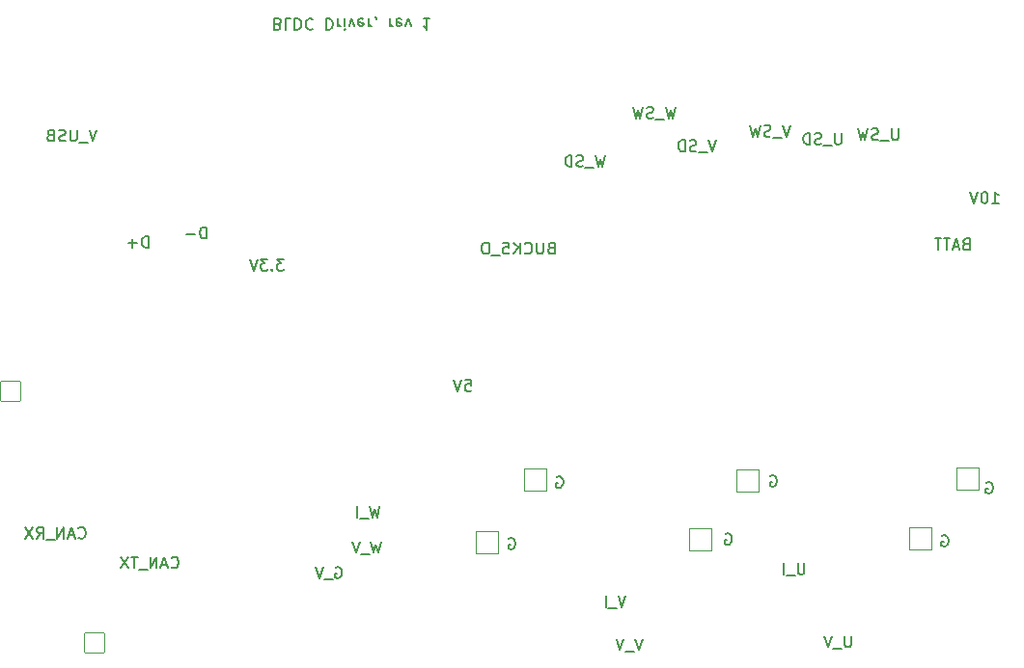
<source format=gbo>
G04 #@! TF.GenerationSoftware,KiCad,Pcbnew,8.0.4-8.0.4-0~ubuntu22.04.1*
G04 #@! TF.CreationDate,2024-09-03T14:14:34+02:00*
G04 #@! TF.ProjectId,bldc_project,626c6463-5f70-4726-9f6a-6563742e6b69,rev?*
G04 #@! TF.SameCoordinates,Original*
G04 #@! TF.FileFunction,Legend,Bot*
G04 #@! TF.FilePolarity,Positive*
%FSLAX46Y46*%
G04 Gerber Fmt 4.6, Leading zero omitted, Abs format (unit mm)*
G04 Created by KiCad (PCBNEW 8.0.4-8.0.4-0~ubuntu22.04.1) date 2024-09-03 14:14:34*
%MOMM*%
%LPD*%
G01*
G04 APERTURE LIST*
G04 Aperture macros list*
%AMRoundRect*
0 Rectangle with rounded corners*
0 $1 Rounding radius*
0 $2 $3 $4 $5 $6 $7 $8 $9 X,Y pos of 4 corners*
0 Add a 4 corners polygon primitive as box body*
4,1,4,$2,$3,$4,$5,$6,$7,$8,$9,$2,$3,0*
0 Add four circle primitives for the rounded corners*
1,1,$1+$1,$2,$3*
1,1,$1+$1,$4,$5*
1,1,$1+$1,$6,$7*
1,1,$1+$1,$8,$9*
0 Add four rect primitives between the rounded corners*
20,1,$1+$1,$2,$3,$4,$5,0*
20,1,$1+$1,$4,$5,$6,$7,0*
20,1,$1+$1,$6,$7,$8,$9,0*
20,1,$1+$1,$8,$9,$2,$3,0*%
G04 Aperture macros list end*
%ADD10C,0.160000*%
%ADD11RoundRect,0.038000X0.952500X1.000000X-0.952500X1.000000X-0.952500X-1.000000X0.952500X-1.000000X0*%
%ADD12O,1.981000X2.076000*%
%ADD13C,1.676000*%
%ADD14C,1.448000*%
%ADD15C,0.726000*%
%ADD16O,1.076000X2.176000*%
%ADD17O,1.076000X1.676000*%
%ADD18RoundRect,0.038000X0.850000X-0.850000X0.850000X0.850000X-0.850000X0.850000X-0.850000X-0.850000X0*%
%ADD19O,1.776000X1.776000*%
%ADD20RoundRect,0.038000X0.850000X0.850000X-0.850000X0.850000X-0.850000X-0.850000X0.850000X-0.850000X0*%
%ADD21C,1.076000*%
G04 APERTURE END LIST*
D10*
X76001879Y-128069299D02*
X75763784Y-129069299D01*
X75763784Y-129069299D02*
X75573308Y-128355013D01*
X75573308Y-128355013D02*
X75382832Y-129069299D01*
X75382832Y-129069299D02*
X75144737Y-128069299D01*
X75001880Y-129164537D02*
X74239975Y-129164537D01*
X74144736Y-128069299D02*
X73811403Y-129069299D01*
X73811403Y-129069299D02*
X73478070Y-128069299D01*
X101851879Y-89919299D02*
X101613784Y-90919299D01*
X101613784Y-90919299D02*
X101423308Y-90205013D01*
X101423308Y-90205013D02*
X101232832Y-90919299D01*
X101232832Y-90919299D02*
X100994737Y-89919299D01*
X100851880Y-91014537D02*
X100089975Y-91014537D01*
X99899498Y-90871680D02*
X99756641Y-90919299D01*
X99756641Y-90919299D02*
X99518546Y-90919299D01*
X99518546Y-90919299D02*
X99423308Y-90871680D01*
X99423308Y-90871680D02*
X99375689Y-90824060D01*
X99375689Y-90824060D02*
X99328070Y-90728822D01*
X99328070Y-90728822D02*
X99328070Y-90633584D01*
X99328070Y-90633584D02*
X99375689Y-90538346D01*
X99375689Y-90538346D02*
X99423308Y-90490727D01*
X99423308Y-90490727D02*
X99518546Y-90443108D01*
X99518546Y-90443108D02*
X99709022Y-90395489D01*
X99709022Y-90395489D02*
X99804260Y-90347870D01*
X99804260Y-90347870D02*
X99851879Y-90300251D01*
X99851879Y-90300251D02*
X99899498Y-90205013D01*
X99899498Y-90205013D02*
X99899498Y-90109775D01*
X99899498Y-90109775D02*
X99851879Y-90014537D01*
X99851879Y-90014537D02*
X99804260Y-89966918D01*
X99804260Y-89966918D02*
X99709022Y-89919299D01*
X99709022Y-89919299D02*
X99470927Y-89919299D01*
X99470927Y-89919299D02*
X99328070Y-89966918D01*
X98994736Y-89919299D02*
X98756641Y-90919299D01*
X98756641Y-90919299D02*
X98566165Y-90205013D01*
X98566165Y-90205013D02*
X98375689Y-90919299D01*
X98375689Y-90919299D02*
X98137594Y-89919299D01*
X116406641Y-92219299D02*
X116406641Y-93028822D01*
X116406641Y-93028822D02*
X116359022Y-93124060D01*
X116359022Y-93124060D02*
X116311403Y-93171680D01*
X116311403Y-93171680D02*
X116216165Y-93219299D01*
X116216165Y-93219299D02*
X116025689Y-93219299D01*
X116025689Y-93219299D02*
X115930451Y-93171680D01*
X115930451Y-93171680D02*
X115882832Y-93124060D01*
X115882832Y-93124060D02*
X115835213Y-93028822D01*
X115835213Y-93028822D02*
X115835213Y-92219299D01*
X115597118Y-93314537D02*
X114835213Y-93314537D01*
X114644736Y-93171680D02*
X114501879Y-93219299D01*
X114501879Y-93219299D02*
X114263784Y-93219299D01*
X114263784Y-93219299D02*
X114168546Y-93171680D01*
X114168546Y-93171680D02*
X114120927Y-93124060D01*
X114120927Y-93124060D02*
X114073308Y-93028822D01*
X114073308Y-93028822D02*
X114073308Y-92933584D01*
X114073308Y-92933584D02*
X114120927Y-92838346D01*
X114120927Y-92838346D02*
X114168546Y-92790727D01*
X114168546Y-92790727D02*
X114263784Y-92743108D01*
X114263784Y-92743108D02*
X114454260Y-92695489D01*
X114454260Y-92695489D02*
X114549498Y-92647870D01*
X114549498Y-92647870D02*
X114597117Y-92600251D01*
X114597117Y-92600251D02*
X114644736Y-92505013D01*
X114644736Y-92505013D02*
X114644736Y-92409775D01*
X114644736Y-92409775D02*
X114597117Y-92314537D01*
X114597117Y-92314537D02*
X114549498Y-92266918D01*
X114549498Y-92266918D02*
X114454260Y-92219299D01*
X114454260Y-92219299D02*
X114216165Y-92219299D01*
X114216165Y-92219299D02*
X114073308Y-92266918D01*
X113644736Y-93219299D02*
X113644736Y-92219299D01*
X113644736Y-92219299D02*
X113406641Y-92219299D01*
X113406641Y-92219299D02*
X113263784Y-92266918D01*
X113263784Y-92266918D02*
X113168546Y-92362156D01*
X113168546Y-92362156D02*
X113120927Y-92457394D01*
X113120927Y-92457394D02*
X113073308Y-92647870D01*
X113073308Y-92647870D02*
X113073308Y-92790727D01*
X113073308Y-92790727D02*
X113120927Y-92981203D01*
X113120927Y-92981203D02*
X113168546Y-93076441D01*
X113168546Y-93076441D02*
X113263784Y-93171680D01*
X113263784Y-93171680D02*
X113406641Y-93219299D01*
X113406641Y-93219299D02*
X113644736Y-93219299D01*
X51099498Y-91919299D02*
X50766165Y-92919299D01*
X50766165Y-92919299D02*
X50432832Y-91919299D01*
X50337594Y-93014537D02*
X49575689Y-93014537D01*
X49337593Y-91919299D02*
X49337593Y-92728822D01*
X49337593Y-92728822D02*
X49289974Y-92824060D01*
X49289974Y-92824060D02*
X49242355Y-92871680D01*
X49242355Y-92871680D02*
X49147117Y-92919299D01*
X49147117Y-92919299D02*
X48956641Y-92919299D01*
X48956641Y-92919299D02*
X48861403Y-92871680D01*
X48861403Y-92871680D02*
X48813784Y-92824060D01*
X48813784Y-92824060D02*
X48766165Y-92728822D01*
X48766165Y-92728822D02*
X48766165Y-91919299D01*
X48337593Y-92871680D02*
X48194736Y-92919299D01*
X48194736Y-92919299D02*
X47956641Y-92919299D01*
X47956641Y-92919299D02*
X47861403Y-92871680D01*
X47861403Y-92871680D02*
X47813784Y-92824060D01*
X47813784Y-92824060D02*
X47766165Y-92728822D01*
X47766165Y-92728822D02*
X47766165Y-92633584D01*
X47766165Y-92633584D02*
X47813784Y-92538346D01*
X47813784Y-92538346D02*
X47861403Y-92490727D01*
X47861403Y-92490727D02*
X47956641Y-92443108D01*
X47956641Y-92443108D02*
X48147117Y-92395489D01*
X48147117Y-92395489D02*
X48242355Y-92347870D01*
X48242355Y-92347870D02*
X48289974Y-92300251D01*
X48289974Y-92300251D02*
X48337593Y-92205013D01*
X48337593Y-92205013D02*
X48337593Y-92109775D01*
X48337593Y-92109775D02*
X48289974Y-92014537D01*
X48289974Y-92014537D02*
X48242355Y-91966918D01*
X48242355Y-91966918D02*
X48147117Y-91919299D01*
X48147117Y-91919299D02*
X47909022Y-91919299D01*
X47909022Y-91919299D02*
X47766165Y-91966918D01*
X47004260Y-92395489D02*
X46861403Y-92443108D01*
X46861403Y-92443108D02*
X46813784Y-92490727D01*
X46813784Y-92490727D02*
X46766165Y-92585965D01*
X46766165Y-92585965D02*
X46766165Y-92728822D01*
X46766165Y-92728822D02*
X46813784Y-92824060D01*
X46813784Y-92824060D02*
X46861403Y-92871680D01*
X46861403Y-92871680D02*
X46956641Y-92919299D01*
X46956641Y-92919299D02*
X47337593Y-92919299D01*
X47337593Y-92919299D02*
X47337593Y-91919299D01*
X47337593Y-91919299D02*
X47004260Y-91919299D01*
X47004260Y-91919299D02*
X46909022Y-91966918D01*
X46909022Y-91966918D02*
X46861403Y-92014537D01*
X46861403Y-92014537D02*
X46813784Y-92109775D01*
X46813784Y-92109775D02*
X46813784Y-92205013D01*
X46813784Y-92205013D02*
X46861403Y-92300251D01*
X46861403Y-92300251D02*
X46909022Y-92347870D01*
X46909022Y-92347870D02*
X47004260Y-92395489D01*
X47004260Y-92395489D02*
X47337593Y-92395489D01*
X95701879Y-94169299D02*
X95463784Y-95169299D01*
X95463784Y-95169299D02*
X95273308Y-94455013D01*
X95273308Y-94455013D02*
X95082832Y-95169299D01*
X95082832Y-95169299D02*
X94844737Y-94169299D01*
X94701880Y-95264537D02*
X93939975Y-95264537D01*
X93749498Y-95121680D02*
X93606641Y-95169299D01*
X93606641Y-95169299D02*
X93368546Y-95169299D01*
X93368546Y-95169299D02*
X93273308Y-95121680D01*
X93273308Y-95121680D02*
X93225689Y-95074060D01*
X93225689Y-95074060D02*
X93178070Y-94978822D01*
X93178070Y-94978822D02*
X93178070Y-94883584D01*
X93178070Y-94883584D02*
X93225689Y-94788346D01*
X93225689Y-94788346D02*
X93273308Y-94740727D01*
X93273308Y-94740727D02*
X93368546Y-94693108D01*
X93368546Y-94693108D02*
X93559022Y-94645489D01*
X93559022Y-94645489D02*
X93654260Y-94597870D01*
X93654260Y-94597870D02*
X93701879Y-94550251D01*
X93701879Y-94550251D02*
X93749498Y-94455013D01*
X93749498Y-94455013D02*
X93749498Y-94359775D01*
X93749498Y-94359775D02*
X93701879Y-94264537D01*
X93701879Y-94264537D02*
X93654260Y-94216918D01*
X93654260Y-94216918D02*
X93559022Y-94169299D01*
X93559022Y-94169299D02*
X93320927Y-94169299D01*
X93320927Y-94169299D02*
X93178070Y-94216918D01*
X92749498Y-95169299D02*
X92749498Y-94169299D01*
X92749498Y-94169299D02*
X92511403Y-94169299D01*
X92511403Y-94169299D02*
X92368546Y-94216918D01*
X92368546Y-94216918D02*
X92273308Y-94312156D01*
X92273308Y-94312156D02*
X92225689Y-94407394D01*
X92225689Y-94407394D02*
X92178070Y-94597870D01*
X92178070Y-94597870D02*
X92178070Y-94740727D01*
X92178070Y-94740727D02*
X92225689Y-94931203D01*
X92225689Y-94931203D02*
X92273308Y-95026441D01*
X92273308Y-95026441D02*
X92368546Y-95121680D01*
X92368546Y-95121680D02*
X92511403Y-95169299D01*
X92511403Y-95169299D02*
X92749498Y-95169299D01*
X83430451Y-113869299D02*
X83906641Y-113869299D01*
X83906641Y-113869299D02*
X83954260Y-114345489D01*
X83954260Y-114345489D02*
X83906641Y-114297870D01*
X83906641Y-114297870D02*
X83811403Y-114250251D01*
X83811403Y-114250251D02*
X83573308Y-114250251D01*
X83573308Y-114250251D02*
X83478070Y-114297870D01*
X83478070Y-114297870D02*
X83430451Y-114345489D01*
X83430451Y-114345489D02*
X83382832Y-114440727D01*
X83382832Y-114440727D02*
X83382832Y-114678822D01*
X83382832Y-114678822D02*
X83430451Y-114774060D01*
X83430451Y-114774060D02*
X83478070Y-114821680D01*
X83478070Y-114821680D02*
X83573308Y-114869299D01*
X83573308Y-114869299D02*
X83811403Y-114869299D01*
X83811403Y-114869299D02*
X83906641Y-114821680D01*
X83906641Y-114821680D02*
X83954260Y-114774060D01*
X83097117Y-113869299D02*
X82763784Y-114869299D01*
X82763784Y-114869299D02*
X82430451Y-113869299D01*
X75901879Y-124969299D02*
X75663784Y-125969299D01*
X75663784Y-125969299D02*
X75473308Y-125255013D01*
X75473308Y-125255013D02*
X75282832Y-125969299D01*
X75282832Y-125969299D02*
X75044737Y-124969299D01*
X74901880Y-126064537D02*
X74139975Y-126064537D01*
X73901879Y-125969299D02*
X73901879Y-124969299D01*
X129132832Y-122916918D02*
X129228070Y-122869299D01*
X129228070Y-122869299D02*
X129370927Y-122869299D01*
X129370927Y-122869299D02*
X129513784Y-122916918D01*
X129513784Y-122916918D02*
X129609022Y-123012156D01*
X129609022Y-123012156D02*
X129656641Y-123107394D01*
X129656641Y-123107394D02*
X129704260Y-123297870D01*
X129704260Y-123297870D02*
X129704260Y-123440727D01*
X129704260Y-123440727D02*
X129656641Y-123631203D01*
X129656641Y-123631203D02*
X129609022Y-123726441D01*
X129609022Y-123726441D02*
X129513784Y-123821680D01*
X129513784Y-123821680D02*
X129370927Y-123869299D01*
X129370927Y-123869299D02*
X129275689Y-123869299D01*
X129275689Y-123869299D02*
X129132832Y-123821680D01*
X129132832Y-123821680D02*
X129085213Y-123774060D01*
X129085213Y-123774060D02*
X129085213Y-123440727D01*
X129085213Y-123440727D02*
X129275689Y-123440727D01*
X60706641Y-101469299D02*
X60706641Y-100469299D01*
X60706641Y-100469299D02*
X60468546Y-100469299D01*
X60468546Y-100469299D02*
X60325689Y-100516918D01*
X60325689Y-100516918D02*
X60230451Y-100612156D01*
X60230451Y-100612156D02*
X60182832Y-100707394D01*
X60182832Y-100707394D02*
X60135213Y-100897870D01*
X60135213Y-100897870D02*
X60135213Y-101040727D01*
X60135213Y-101040727D02*
X60182832Y-101231203D01*
X60182832Y-101231203D02*
X60230451Y-101326441D01*
X60230451Y-101326441D02*
X60325689Y-101421680D01*
X60325689Y-101421680D02*
X60468546Y-101469299D01*
X60468546Y-101469299D02*
X60706641Y-101469299D01*
X59706641Y-101088346D02*
X58944737Y-101088346D01*
X105399498Y-92819299D02*
X105066165Y-93819299D01*
X105066165Y-93819299D02*
X104732832Y-92819299D01*
X104637594Y-93914537D02*
X103875689Y-93914537D01*
X103685212Y-93771680D02*
X103542355Y-93819299D01*
X103542355Y-93819299D02*
X103304260Y-93819299D01*
X103304260Y-93819299D02*
X103209022Y-93771680D01*
X103209022Y-93771680D02*
X103161403Y-93724060D01*
X103161403Y-93724060D02*
X103113784Y-93628822D01*
X103113784Y-93628822D02*
X103113784Y-93533584D01*
X103113784Y-93533584D02*
X103161403Y-93438346D01*
X103161403Y-93438346D02*
X103209022Y-93390727D01*
X103209022Y-93390727D02*
X103304260Y-93343108D01*
X103304260Y-93343108D02*
X103494736Y-93295489D01*
X103494736Y-93295489D02*
X103589974Y-93247870D01*
X103589974Y-93247870D02*
X103637593Y-93200251D01*
X103637593Y-93200251D02*
X103685212Y-93105013D01*
X103685212Y-93105013D02*
X103685212Y-93009775D01*
X103685212Y-93009775D02*
X103637593Y-92914537D01*
X103637593Y-92914537D02*
X103589974Y-92866918D01*
X103589974Y-92866918D02*
X103494736Y-92819299D01*
X103494736Y-92819299D02*
X103256641Y-92819299D01*
X103256641Y-92819299D02*
X103113784Y-92866918D01*
X102685212Y-93819299D02*
X102685212Y-92819299D01*
X102685212Y-92819299D02*
X102447117Y-92819299D01*
X102447117Y-92819299D02*
X102304260Y-92866918D01*
X102304260Y-92866918D02*
X102209022Y-92962156D01*
X102209022Y-92962156D02*
X102161403Y-93057394D01*
X102161403Y-93057394D02*
X102113784Y-93247870D01*
X102113784Y-93247870D02*
X102113784Y-93390727D01*
X102113784Y-93390727D02*
X102161403Y-93581203D01*
X102161403Y-93581203D02*
X102209022Y-93676441D01*
X102209022Y-93676441D02*
X102304260Y-93771680D01*
X102304260Y-93771680D02*
X102447117Y-93819299D01*
X102447117Y-93819299D02*
X102685212Y-93819299D01*
X111899498Y-91519299D02*
X111566165Y-92519299D01*
X111566165Y-92519299D02*
X111232832Y-91519299D01*
X111137594Y-92614537D02*
X110375689Y-92614537D01*
X110185212Y-92471680D02*
X110042355Y-92519299D01*
X110042355Y-92519299D02*
X109804260Y-92519299D01*
X109804260Y-92519299D02*
X109709022Y-92471680D01*
X109709022Y-92471680D02*
X109661403Y-92424060D01*
X109661403Y-92424060D02*
X109613784Y-92328822D01*
X109613784Y-92328822D02*
X109613784Y-92233584D01*
X109613784Y-92233584D02*
X109661403Y-92138346D01*
X109661403Y-92138346D02*
X109709022Y-92090727D01*
X109709022Y-92090727D02*
X109804260Y-92043108D01*
X109804260Y-92043108D02*
X109994736Y-91995489D01*
X109994736Y-91995489D02*
X110089974Y-91947870D01*
X110089974Y-91947870D02*
X110137593Y-91900251D01*
X110137593Y-91900251D02*
X110185212Y-91805013D01*
X110185212Y-91805013D02*
X110185212Y-91709775D01*
X110185212Y-91709775D02*
X110137593Y-91614537D01*
X110137593Y-91614537D02*
X110089974Y-91566918D01*
X110089974Y-91566918D02*
X109994736Y-91519299D01*
X109994736Y-91519299D02*
X109756641Y-91519299D01*
X109756641Y-91519299D02*
X109613784Y-91566918D01*
X109280450Y-91519299D02*
X109042355Y-92519299D01*
X109042355Y-92519299D02*
X108851879Y-91805013D01*
X108851879Y-91805013D02*
X108661403Y-92519299D01*
X108661403Y-92519299D02*
X108423308Y-91519299D01*
X91432832Y-122416918D02*
X91528070Y-122369299D01*
X91528070Y-122369299D02*
X91670927Y-122369299D01*
X91670927Y-122369299D02*
X91813784Y-122416918D01*
X91813784Y-122416918D02*
X91909022Y-122512156D01*
X91909022Y-122512156D02*
X91956641Y-122607394D01*
X91956641Y-122607394D02*
X92004260Y-122797870D01*
X92004260Y-122797870D02*
X92004260Y-122940727D01*
X92004260Y-122940727D02*
X91956641Y-123131203D01*
X91956641Y-123131203D02*
X91909022Y-123226441D01*
X91909022Y-123226441D02*
X91813784Y-123321680D01*
X91813784Y-123321680D02*
X91670927Y-123369299D01*
X91670927Y-123369299D02*
X91575689Y-123369299D01*
X91575689Y-123369299D02*
X91432832Y-123321680D01*
X91432832Y-123321680D02*
X91385213Y-123274060D01*
X91385213Y-123274060D02*
X91385213Y-122940727D01*
X91385213Y-122940727D02*
X91575689Y-122940727D01*
X110182832Y-122316918D02*
X110278070Y-122269299D01*
X110278070Y-122269299D02*
X110420927Y-122269299D01*
X110420927Y-122269299D02*
X110563784Y-122316918D01*
X110563784Y-122316918D02*
X110659022Y-122412156D01*
X110659022Y-122412156D02*
X110706641Y-122507394D01*
X110706641Y-122507394D02*
X110754260Y-122697870D01*
X110754260Y-122697870D02*
X110754260Y-122840727D01*
X110754260Y-122840727D02*
X110706641Y-123031203D01*
X110706641Y-123031203D02*
X110659022Y-123126441D01*
X110659022Y-123126441D02*
X110563784Y-123221680D01*
X110563784Y-123221680D02*
X110420927Y-123269299D01*
X110420927Y-123269299D02*
X110325689Y-123269299D01*
X110325689Y-123269299D02*
X110182832Y-123221680D01*
X110182832Y-123221680D02*
X110135213Y-123174060D01*
X110135213Y-123174060D02*
X110135213Y-122840727D01*
X110135213Y-122840727D02*
X110325689Y-122840727D01*
X121406641Y-91819299D02*
X121406641Y-92628822D01*
X121406641Y-92628822D02*
X121359022Y-92724060D01*
X121359022Y-92724060D02*
X121311403Y-92771680D01*
X121311403Y-92771680D02*
X121216165Y-92819299D01*
X121216165Y-92819299D02*
X121025689Y-92819299D01*
X121025689Y-92819299D02*
X120930451Y-92771680D01*
X120930451Y-92771680D02*
X120882832Y-92724060D01*
X120882832Y-92724060D02*
X120835213Y-92628822D01*
X120835213Y-92628822D02*
X120835213Y-91819299D01*
X120597118Y-92914537D02*
X119835213Y-92914537D01*
X119644736Y-92771680D02*
X119501879Y-92819299D01*
X119501879Y-92819299D02*
X119263784Y-92819299D01*
X119263784Y-92819299D02*
X119168546Y-92771680D01*
X119168546Y-92771680D02*
X119120927Y-92724060D01*
X119120927Y-92724060D02*
X119073308Y-92628822D01*
X119073308Y-92628822D02*
X119073308Y-92533584D01*
X119073308Y-92533584D02*
X119120927Y-92438346D01*
X119120927Y-92438346D02*
X119168546Y-92390727D01*
X119168546Y-92390727D02*
X119263784Y-92343108D01*
X119263784Y-92343108D02*
X119454260Y-92295489D01*
X119454260Y-92295489D02*
X119549498Y-92247870D01*
X119549498Y-92247870D02*
X119597117Y-92200251D01*
X119597117Y-92200251D02*
X119644736Y-92105013D01*
X119644736Y-92105013D02*
X119644736Y-92009775D01*
X119644736Y-92009775D02*
X119597117Y-91914537D01*
X119597117Y-91914537D02*
X119549498Y-91866918D01*
X119549498Y-91866918D02*
X119454260Y-91819299D01*
X119454260Y-91819299D02*
X119216165Y-91819299D01*
X119216165Y-91819299D02*
X119073308Y-91866918D01*
X118739974Y-91819299D02*
X118501879Y-92819299D01*
X118501879Y-92819299D02*
X118311403Y-92105013D01*
X118311403Y-92105013D02*
X118120927Y-92819299D01*
X118120927Y-92819299D02*
X117882832Y-91819299D01*
X57635213Y-130324060D02*
X57682832Y-130371680D01*
X57682832Y-130371680D02*
X57825689Y-130419299D01*
X57825689Y-130419299D02*
X57920927Y-130419299D01*
X57920927Y-130419299D02*
X58063784Y-130371680D01*
X58063784Y-130371680D02*
X58159022Y-130276441D01*
X58159022Y-130276441D02*
X58206641Y-130181203D01*
X58206641Y-130181203D02*
X58254260Y-129990727D01*
X58254260Y-129990727D02*
X58254260Y-129847870D01*
X58254260Y-129847870D02*
X58206641Y-129657394D01*
X58206641Y-129657394D02*
X58159022Y-129562156D01*
X58159022Y-129562156D02*
X58063784Y-129466918D01*
X58063784Y-129466918D02*
X57920927Y-129419299D01*
X57920927Y-129419299D02*
X57825689Y-129419299D01*
X57825689Y-129419299D02*
X57682832Y-129466918D01*
X57682832Y-129466918D02*
X57635213Y-129514537D01*
X57254260Y-130133584D02*
X56778070Y-130133584D01*
X57349498Y-130419299D02*
X57016165Y-129419299D01*
X57016165Y-129419299D02*
X56682832Y-130419299D01*
X56349498Y-130419299D02*
X56349498Y-129419299D01*
X56349498Y-129419299D02*
X55778070Y-130419299D01*
X55778070Y-130419299D02*
X55778070Y-129419299D01*
X55539975Y-130514537D02*
X54778070Y-130514537D01*
X54682831Y-129419299D02*
X54111403Y-129419299D01*
X54397117Y-130419299D02*
X54397117Y-129419299D01*
X53873307Y-129419299D02*
X53206641Y-130419299D01*
X53206641Y-129419299D02*
X53873307Y-130419299D01*
X98949498Y-136619299D02*
X98616165Y-137619299D01*
X98616165Y-137619299D02*
X98282832Y-136619299D01*
X98187594Y-137714537D02*
X97425689Y-137714537D01*
X97330450Y-136619299D02*
X96997117Y-137619299D01*
X96997117Y-137619299D02*
X96663784Y-136619299D01*
X125232832Y-127566918D02*
X125328070Y-127519299D01*
X125328070Y-127519299D02*
X125470927Y-127519299D01*
X125470927Y-127519299D02*
X125613784Y-127566918D01*
X125613784Y-127566918D02*
X125709022Y-127662156D01*
X125709022Y-127662156D02*
X125756641Y-127757394D01*
X125756641Y-127757394D02*
X125804260Y-127947870D01*
X125804260Y-127947870D02*
X125804260Y-128090727D01*
X125804260Y-128090727D02*
X125756641Y-128281203D01*
X125756641Y-128281203D02*
X125709022Y-128376441D01*
X125709022Y-128376441D02*
X125613784Y-128471680D01*
X125613784Y-128471680D02*
X125470927Y-128519299D01*
X125470927Y-128519299D02*
X125375689Y-128519299D01*
X125375689Y-128519299D02*
X125232832Y-128471680D01*
X125232832Y-128471680D02*
X125185213Y-128424060D01*
X125185213Y-128424060D02*
X125185213Y-128090727D01*
X125185213Y-128090727D02*
X125375689Y-128090727D01*
X87232832Y-127816918D02*
X87328070Y-127769299D01*
X87328070Y-127769299D02*
X87470927Y-127769299D01*
X87470927Y-127769299D02*
X87613784Y-127816918D01*
X87613784Y-127816918D02*
X87709022Y-127912156D01*
X87709022Y-127912156D02*
X87756641Y-128007394D01*
X87756641Y-128007394D02*
X87804260Y-128197870D01*
X87804260Y-128197870D02*
X87804260Y-128340727D01*
X87804260Y-128340727D02*
X87756641Y-128531203D01*
X87756641Y-128531203D02*
X87709022Y-128626441D01*
X87709022Y-128626441D02*
X87613784Y-128721680D01*
X87613784Y-128721680D02*
X87470927Y-128769299D01*
X87470927Y-128769299D02*
X87375689Y-128769299D01*
X87375689Y-128769299D02*
X87232832Y-128721680D01*
X87232832Y-128721680D02*
X87185213Y-128674060D01*
X87185213Y-128674060D02*
X87185213Y-128340727D01*
X87185213Y-128340727D02*
X87375689Y-128340727D01*
X129632832Y-98369299D02*
X130204260Y-98369299D01*
X129918546Y-98369299D02*
X129918546Y-97369299D01*
X129918546Y-97369299D02*
X130013784Y-97512156D01*
X130013784Y-97512156D02*
X130109022Y-97607394D01*
X130109022Y-97607394D02*
X130204260Y-97655013D01*
X129013784Y-97369299D02*
X128918546Y-97369299D01*
X128918546Y-97369299D02*
X128823308Y-97416918D01*
X128823308Y-97416918D02*
X128775689Y-97464537D01*
X128775689Y-97464537D02*
X128728070Y-97559775D01*
X128728070Y-97559775D02*
X128680451Y-97750251D01*
X128680451Y-97750251D02*
X128680451Y-97988346D01*
X128680451Y-97988346D02*
X128728070Y-98178822D01*
X128728070Y-98178822D02*
X128775689Y-98274060D01*
X128775689Y-98274060D02*
X128823308Y-98321680D01*
X128823308Y-98321680D02*
X128918546Y-98369299D01*
X128918546Y-98369299D02*
X129013784Y-98369299D01*
X129013784Y-98369299D02*
X129109022Y-98321680D01*
X129109022Y-98321680D02*
X129156641Y-98274060D01*
X129156641Y-98274060D02*
X129204260Y-98178822D01*
X129204260Y-98178822D02*
X129251879Y-97988346D01*
X129251879Y-97988346D02*
X129251879Y-97750251D01*
X129251879Y-97750251D02*
X129204260Y-97559775D01*
X129204260Y-97559775D02*
X129156641Y-97464537D01*
X129156641Y-97464537D02*
X129109022Y-97416918D01*
X129109022Y-97416918D02*
X129013784Y-97369299D01*
X128394736Y-97369299D02*
X128061403Y-98369299D01*
X128061403Y-98369299D02*
X127728070Y-97369299D01*
X67501879Y-103269299D02*
X66882832Y-103269299D01*
X66882832Y-103269299D02*
X67216165Y-103650251D01*
X67216165Y-103650251D02*
X67073308Y-103650251D01*
X67073308Y-103650251D02*
X66978070Y-103697870D01*
X66978070Y-103697870D02*
X66930451Y-103745489D01*
X66930451Y-103745489D02*
X66882832Y-103840727D01*
X66882832Y-103840727D02*
X66882832Y-104078822D01*
X66882832Y-104078822D02*
X66930451Y-104174060D01*
X66930451Y-104174060D02*
X66978070Y-104221680D01*
X66978070Y-104221680D02*
X67073308Y-104269299D01*
X67073308Y-104269299D02*
X67359022Y-104269299D01*
X67359022Y-104269299D02*
X67454260Y-104221680D01*
X67454260Y-104221680D02*
X67501879Y-104174060D01*
X66454260Y-104174060D02*
X66406641Y-104221680D01*
X66406641Y-104221680D02*
X66454260Y-104269299D01*
X66454260Y-104269299D02*
X66501879Y-104221680D01*
X66501879Y-104221680D02*
X66454260Y-104174060D01*
X66454260Y-104174060D02*
X66454260Y-104269299D01*
X66073308Y-103269299D02*
X65454261Y-103269299D01*
X65454261Y-103269299D02*
X65787594Y-103650251D01*
X65787594Y-103650251D02*
X65644737Y-103650251D01*
X65644737Y-103650251D02*
X65549499Y-103697870D01*
X65549499Y-103697870D02*
X65501880Y-103745489D01*
X65501880Y-103745489D02*
X65454261Y-103840727D01*
X65454261Y-103840727D02*
X65454261Y-104078822D01*
X65454261Y-104078822D02*
X65501880Y-104174060D01*
X65501880Y-104174060D02*
X65549499Y-104221680D01*
X65549499Y-104221680D02*
X65644737Y-104269299D01*
X65644737Y-104269299D02*
X65930451Y-104269299D01*
X65930451Y-104269299D02*
X66025689Y-104221680D01*
X66025689Y-104221680D02*
X66073308Y-104174060D01*
X65168546Y-103269299D02*
X64835213Y-104269299D01*
X64835213Y-104269299D02*
X64501880Y-103269299D01*
X117256641Y-136369299D02*
X117256641Y-137178822D01*
X117256641Y-137178822D02*
X117209022Y-137274060D01*
X117209022Y-137274060D02*
X117161403Y-137321680D01*
X117161403Y-137321680D02*
X117066165Y-137369299D01*
X117066165Y-137369299D02*
X116875689Y-137369299D01*
X116875689Y-137369299D02*
X116780451Y-137321680D01*
X116780451Y-137321680D02*
X116732832Y-137274060D01*
X116732832Y-137274060D02*
X116685213Y-137178822D01*
X116685213Y-137178822D02*
X116685213Y-136369299D01*
X116447118Y-137464537D02*
X115685213Y-137464537D01*
X115589974Y-136369299D02*
X115256641Y-137369299D01*
X115256641Y-137369299D02*
X114923308Y-136369299D01*
X72032832Y-130366918D02*
X72128070Y-130319299D01*
X72128070Y-130319299D02*
X72270927Y-130319299D01*
X72270927Y-130319299D02*
X72413784Y-130366918D01*
X72413784Y-130366918D02*
X72509022Y-130462156D01*
X72509022Y-130462156D02*
X72556641Y-130557394D01*
X72556641Y-130557394D02*
X72604260Y-130747870D01*
X72604260Y-130747870D02*
X72604260Y-130890727D01*
X72604260Y-130890727D02*
X72556641Y-131081203D01*
X72556641Y-131081203D02*
X72509022Y-131176441D01*
X72509022Y-131176441D02*
X72413784Y-131271680D01*
X72413784Y-131271680D02*
X72270927Y-131319299D01*
X72270927Y-131319299D02*
X72175689Y-131319299D01*
X72175689Y-131319299D02*
X72032832Y-131271680D01*
X72032832Y-131271680D02*
X71985213Y-131224060D01*
X71985213Y-131224060D02*
X71985213Y-130890727D01*
X71985213Y-130890727D02*
X72175689Y-130890727D01*
X71794737Y-131414537D02*
X71032832Y-131414537D01*
X70937593Y-130319299D02*
X70604260Y-131319299D01*
X70604260Y-131319299D02*
X70270927Y-130319299D01*
X97499498Y-132869299D02*
X97166165Y-133869299D01*
X97166165Y-133869299D02*
X96832832Y-132869299D01*
X96737594Y-133964537D02*
X95975689Y-133964537D01*
X95737593Y-133869299D02*
X95737593Y-132869299D01*
X113156641Y-129969299D02*
X113156641Y-130778822D01*
X113156641Y-130778822D02*
X113109022Y-130874060D01*
X113109022Y-130874060D02*
X113061403Y-130921680D01*
X113061403Y-130921680D02*
X112966165Y-130969299D01*
X112966165Y-130969299D02*
X112775689Y-130969299D01*
X112775689Y-130969299D02*
X112680451Y-130921680D01*
X112680451Y-130921680D02*
X112632832Y-130874060D01*
X112632832Y-130874060D02*
X112585213Y-130778822D01*
X112585213Y-130778822D02*
X112585213Y-129969299D01*
X112347118Y-131064537D02*
X111585213Y-131064537D01*
X111347117Y-130969299D02*
X111347117Y-129969299D01*
X127323308Y-101945489D02*
X127180451Y-101993108D01*
X127180451Y-101993108D02*
X127132832Y-102040727D01*
X127132832Y-102040727D02*
X127085213Y-102135965D01*
X127085213Y-102135965D02*
X127085213Y-102278822D01*
X127085213Y-102278822D02*
X127132832Y-102374060D01*
X127132832Y-102374060D02*
X127180451Y-102421680D01*
X127180451Y-102421680D02*
X127275689Y-102469299D01*
X127275689Y-102469299D02*
X127656641Y-102469299D01*
X127656641Y-102469299D02*
X127656641Y-101469299D01*
X127656641Y-101469299D02*
X127323308Y-101469299D01*
X127323308Y-101469299D02*
X127228070Y-101516918D01*
X127228070Y-101516918D02*
X127180451Y-101564537D01*
X127180451Y-101564537D02*
X127132832Y-101659775D01*
X127132832Y-101659775D02*
X127132832Y-101755013D01*
X127132832Y-101755013D02*
X127180451Y-101850251D01*
X127180451Y-101850251D02*
X127228070Y-101897870D01*
X127228070Y-101897870D02*
X127323308Y-101945489D01*
X127323308Y-101945489D02*
X127656641Y-101945489D01*
X126704260Y-102183584D02*
X126228070Y-102183584D01*
X126799498Y-102469299D02*
X126466165Y-101469299D01*
X126466165Y-101469299D02*
X126132832Y-102469299D01*
X125942355Y-101469299D02*
X125370927Y-101469299D01*
X125656641Y-102469299D02*
X125656641Y-101469299D01*
X125180450Y-101469299D02*
X124609022Y-101469299D01*
X124894736Y-102469299D02*
X124894736Y-101469299D01*
X90923308Y-102295489D02*
X90780451Y-102343108D01*
X90780451Y-102343108D02*
X90732832Y-102390727D01*
X90732832Y-102390727D02*
X90685213Y-102485965D01*
X90685213Y-102485965D02*
X90685213Y-102628822D01*
X90685213Y-102628822D02*
X90732832Y-102724060D01*
X90732832Y-102724060D02*
X90780451Y-102771680D01*
X90780451Y-102771680D02*
X90875689Y-102819299D01*
X90875689Y-102819299D02*
X91256641Y-102819299D01*
X91256641Y-102819299D02*
X91256641Y-101819299D01*
X91256641Y-101819299D02*
X90923308Y-101819299D01*
X90923308Y-101819299D02*
X90828070Y-101866918D01*
X90828070Y-101866918D02*
X90780451Y-101914537D01*
X90780451Y-101914537D02*
X90732832Y-102009775D01*
X90732832Y-102009775D02*
X90732832Y-102105013D01*
X90732832Y-102105013D02*
X90780451Y-102200251D01*
X90780451Y-102200251D02*
X90828070Y-102247870D01*
X90828070Y-102247870D02*
X90923308Y-102295489D01*
X90923308Y-102295489D02*
X91256641Y-102295489D01*
X90256641Y-101819299D02*
X90256641Y-102628822D01*
X90256641Y-102628822D02*
X90209022Y-102724060D01*
X90209022Y-102724060D02*
X90161403Y-102771680D01*
X90161403Y-102771680D02*
X90066165Y-102819299D01*
X90066165Y-102819299D02*
X89875689Y-102819299D01*
X89875689Y-102819299D02*
X89780451Y-102771680D01*
X89780451Y-102771680D02*
X89732832Y-102724060D01*
X89732832Y-102724060D02*
X89685213Y-102628822D01*
X89685213Y-102628822D02*
X89685213Y-101819299D01*
X88637594Y-102724060D02*
X88685213Y-102771680D01*
X88685213Y-102771680D02*
X88828070Y-102819299D01*
X88828070Y-102819299D02*
X88923308Y-102819299D01*
X88923308Y-102819299D02*
X89066165Y-102771680D01*
X89066165Y-102771680D02*
X89161403Y-102676441D01*
X89161403Y-102676441D02*
X89209022Y-102581203D01*
X89209022Y-102581203D02*
X89256641Y-102390727D01*
X89256641Y-102390727D02*
X89256641Y-102247870D01*
X89256641Y-102247870D02*
X89209022Y-102057394D01*
X89209022Y-102057394D02*
X89161403Y-101962156D01*
X89161403Y-101962156D02*
X89066165Y-101866918D01*
X89066165Y-101866918D02*
X88923308Y-101819299D01*
X88923308Y-101819299D02*
X88828070Y-101819299D01*
X88828070Y-101819299D02*
X88685213Y-101866918D01*
X88685213Y-101866918D02*
X88637594Y-101914537D01*
X88209022Y-102819299D02*
X88209022Y-101819299D01*
X87637594Y-102819299D02*
X88066165Y-102247870D01*
X87637594Y-101819299D02*
X88209022Y-102390727D01*
X86732832Y-101819299D02*
X87209022Y-101819299D01*
X87209022Y-101819299D02*
X87256641Y-102295489D01*
X87256641Y-102295489D02*
X87209022Y-102247870D01*
X87209022Y-102247870D02*
X87113784Y-102200251D01*
X87113784Y-102200251D02*
X86875689Y-102200251D01*
X86875689Y-102200251D02*
X86780451Y-102247870D01*
X86780451Y-102247870D02*
X86732832Y-102295489D01*
X86732832Y-102295489D02*
X86685213Y-102390727D01*
X86685213Y-102390727D02*
X86685213Y-102628822D01*
X86685213Y-102628822D02*
X86732832Y-102724060D01*
X86732832Y-102724060D02*
X86780451Y-102771680D01*
X86780451Y-102771680D02*
X86875689Y-102819299D01*
X86875689Y-102819299D02*
X87113784Y-102819299D01*
X87113784Y-102819299D02*
X87209022Y-102771680D01*
X87209022Y-102771680D02*
X87256641Y-102724060D01*
X86494737Y-102914537D02*
X85732832Y-102914537D01*
X85304260Y-101819299D02*
X85113784Y-101819299D01*
X85113784Y-101819299D02*
X85018546Y-101866918D01*
X85018546Y-101866918D02*
X84923308Y-101962156D01*
X84923308Y-101962156D02*
X84875689Y-102152632D01*
X84875689Y-102152632D02*
X84875689Y-102485965D01*
X84875689Y-102485965D02*
X84923308Y-102676441D01*
X84923308Y-102676441D02*
X85018546Y-102771680D01*
X85018546Y-102771680D02*
X85113784Y-102819299D01*
X85113784Y-102819299D02*
X85304260Y-102819299D01*
X85304260Y-102819299D02*
X85399498Y-102771680D01*
X85399498Y-102771680D02*
X85494736Y-102676441D01*
X85494736Y-102676441D02*
X85542355Y-102485965D01*
X85542355Y-102485965D02*
X85542355Y-102152632D01*
X85542355Y-102152632D02*
X85494736Y-101962156D01*
X85494736Y-101962156D02*
X85399498Y-101866918D01*
X85399498Y-101866918D02*
X85304260Y-101819299D01*
X66976691Y-82654510D02*
X67119548Y-82606891D01*
X67119548Y-82606891D02*
X67167167Y-82559272D01*
X67167167Y-82559272D02*
X67214786Y-82464034D01*
X67214786Y-82464034D02*
X67214786Y-82321177D01*
X67214786Y-82321177D02*
X67167167Y-82225939D01*
X67167167Y-82225939D02*
X67119548Y-82178320D01*
X67119548Y-82178320D02*
X67024310Y-82130700D01*
X67024310Y-82130700D02*
X66643358Y-82130700D01*
X66643358Y-82130700D02*
X66643358Y-83130700D01*
X66643358Y-83130700D02*
X66976691Y-83130700D01*
X66976691Y-83130700D02*
X67071929Y-83083081D01*
X67071929Y-83083081D02*
X67119548Y-83035462D01*
X67119548Y-83035462D02*
X67167167Y-82940224D01*
X67167167Y-82940224D02*
X67167167Y-82844986D01*
X67167167Y-82844986D02*
X67119548Y-82749748D01*
X67119548Y-82749748D02*
X67071929Y-82702129D01*
X67071929Y-82702129D02*
X66976691Y-82654510D01*
X66976691Y-82654510D02*
X66643358Y-82654510D01*
X68119548Y-82130700D02*
X67643358Y-82130700D01*
X67643358Y-82130700D02*
X67643358Y-83130700D01*
X68452882Y-82130700D02*
X68452882Y-83130700D01*
X68452882Y-83130700D02*
X68690977Y-83130700D01*
X68690977Y-83130700D02*
X68833834Y-83083081D01*
X68833834Y-83083081D02*
X68929072Y-82987843D01*
X68929072Y-82987843D02*
X68976691Y-82892605D01*
X68976691Y-82892605D02*
X69024310Y-82702129D01*
X69024310Y-82702129D02*
X69024310Y-82559272D01*
X69024310Y-82559272D02*
X68976691Y-82368796D01*
X68976691Y-82368796D02*
X68929072Y-82273558D01*
X68929072Y-82273558D02*
X68833834Y-82178320D01*
X68833834Y-82178320D02*
X68690977Y-82130700D01*
X68690977Y-82130700D02*
X68452882Y-82130700D01*
X70024310Y-82225939D02*
X69976691Y-82178320D01*
X69976691Y-82178320D02*
X69833834Y-82130700D01*
X69833834Y-82130700D02*
X69738596Y-82130700D01*
X69738596Y-82130700D02*
X69595739Y-82178320D01*
X69595739Y-82178320D02*
X69500501Y-82273558D01*
X69500501Y-82273558D02*
X69452882Y-82368796D01*
X69452882Y-82368796D02*
X69405263Y-82559272D01*
X69405263Y-82559272D02*
X69405263Y-82702129D01*
X69405263Y-82702129D02*
X69452882Y-82892605D01*
X69452882Y-82892605D02*
X69500501Y-82987843D01*
X69500501Y-82987843D02*
X69595739Y-83083081D01*
X69595739Y-83083081D02*
X69738596Y-83130700D01*
X69738596Y-83130700D02*
X69833834Y-83130700D01*
X69833834Y-83130700D02*
X69976691Y-83083081D01*
X69976691Y-83083081D02*
X70024310Y-83035462D01*
X71214787Y-82130700D02*
X71214787Y-83130700D01*
X71214787Y-83130700D02*
X71452882Y-83130700D01*
X71452882Y-83130700D02*
X71595739Y-83083081D01*
X71595739Y-83083081D02*
X71690977Y-82987843D01*
X71690977Y-82987843D02*
X71738596Y-82892605D01*
X71738596Y-82892605D02*
X71786215Y-82702129D01*
X71786215Y-82702129D02*
X71786215Y-82559272D01*
X71786215Y-82559272D02*
X71738596Y-82368796D01*
X71738596Y-82368796D02*
X71690977Y-82273558D01*
X71690977Y-82273558D02*
X71595739Y-82178320D01*
X71595739Y-82178320D02*
X71452882Y-82130700D01*
X71452882Y-82130700D02*
X71214787Y-82130700D01*
X72214787Y-82130700D02*
X72214787Y-82797367D01*
X72214787Y-82606891D02*
X72262406Y-82702129D01*
X72262406Y-82702129D02*
X72310025Y-82749748D01*
X72310025Y-82749748D02*
X72405263Y-82797367D01*
X72405263Y-82797367D02*
X72500501Y-82797367D01*
X72833835Y-82130700D02*
X72833835Y-82797367D01*
X72833835Y-83130700D02*
X72786216Y-83083081D01*
X72786216Y-83083081D02*
X72833835Y-83035462D01*
X72833835Y-83035462D02*
X72881454Y-83083081D01*
X72881454Y-83083081D02*
X72833835Y-83130700D01*
X72833835Y-83130700D02*
X72833835Y-83035462D01*
X73214787Y-82797367D02*
X73452882Y-82130700D01*
X73452882Y-82130700D02*
X73690977Y-82797367D01*
X74452882Y-82178320D02*
X74357644Y-82130700D01*
X74357644Y-82130700D02*
X74167168Y-82130700D01*
X74167168Y-82130700D02*
X74071930Y-82178320D01*
X74071930Y-82178320D02*
X74024311Y-82273558D01*
X74024311Y-82273558D02*
X74024311Y-82654510D01*
X74024311Y-82654510D02*
X74071930Y-82749748D01*
X74071930Y-82749748D02*
X74167168Y-82797367D01*
X74167168Y-82797367D02*
X74357644Y-82797367D01*
X74357644Y-82797367D02*
X74452882Y-82749748D01*
X74452882Y-82749748D02*
X74500501Y-82654510D01*
X74500501Y-82654510D02*
X74500501Y-82559272D01*
X74500501Y-82559272D02*
X74024311Y-82464034D01*
X74929073Y-82130700D02*
X74929073Y-82797367D01*
X74929073Y-82606891D02*
X74976692Y-82702129D01*
X74976692Y-82702129D02*
X75024311Y-82749748D01*
X75024311Y-82749748D02*
X75119549Y-82797367D01*
X75119549Y-82797367D02*
X75214787Y-82797367D01*
X75595740Y-82178320D02*
X75595740Y-82130700D01*
X75595740Y-82130700D02*
X75548121Y-82035462D01*
X75548121Y-82035462D02*
X75500502Y-81987843D01*
X76786216Y-82130700D02*
X76786216Y-82797367D01*
X76786216Y-82606891D02*
X76833835Y-82702129D01*
X76833835Y-82702129D02*
X76881454Y-82749748D01*
X76881454Y-82749748D02*
X76976692Y-82797367D01*
X76976692Y-82797367D02*
X77071930Y-82797367D01*
X77786216Y-82178320D02*
X77690978Y-82130700D01*
X77690978Y-82130700D02*
X77500502Y-82130700D01*
X77500502Y-82130700D02*
X77405264Y-82178320D01*
X77405264Y-82178320D02*
X77357645Y-82273558D01*
X77357645Y-82273558D02*
X77357645Y-82654510D01*
X77357645Y-82654510D02*
X77405264Y-82749748D01*
X77405264Y-82749748D02*
X77500502Y-82797367D01*
X77500502Y-82797367D02*
X77690978Y-82797367D01*
X77690978Y-82797367D02*
X77786216Y-82749748D01*
X77786216Y-82749748D02*
X77833835Y-82654510D01*
X77833835Y-82654510D02*
X77833835Y-82559272D01*
X77833835Y-82559272D02*
X77357645Y-82464034D01*
X78167169Y-82797367D02*
X78405264Y-82130700D01*
X78405264Y-82130700D02*
X78643359Y-82797367D01*
X80310026Y-82130700D02*
X79738598Y-82130700D01*
X80024312Y-82130700D02*
X80024312Y-83130700D01*
X80024312Y-83130700D02*
X79929074Y-82987843D01*
X79929074Y-82987843D02*
X79833836Y-82892605D01*
X79833836Y-82892605D02*
X79738598Y-82844986D01*
X49485213Y-127724060D02*
X49532832Y-127771680D01*
X49532832Y-127771680D02*
X49675689Y-127819299D01*
X49675689Y-127819299D02*
X49770927Y-127819299D01*
X49770927Y-127819299D02*
X49913784Y-127771680D01*
X49913784Y-127771680D02*
X50009022Y-127676441D01*
X50009022Y-127676441D02*
X50056641Y-127581203D01*
X50056641Y-127581203D02*
X50104260Y-127390727D01*
X50104260Y-127390727D02*
X50104260Y-127247870D01*
X50104260Y-127247870D02*
X50056641Y-127057394D01*
X50056641Y-127057394D02*
X50009022Y-126962156D01*
X50009022Y-126962156D02*
X49913784Y-126866918D01*
X49913784Y-126866918D02*
X49770927Y-126819299D01*
X49770927Y-126819299D02*
X49675689Y-126819299D01*
X49675689Y-126819299D02*
X49532832Y-126866918D01*
X49532832Y-126866918D02*
X49485213Y-126914537D01*
X49104260Y-127533584D02*
X48628070Y-127533584D01*
X49199498Y-127819299D02*
X48866165Y-126819299D01*
X48866165Y-126819299D02*
X48532832Y-127819299D01*
X48199498Y-127819299D02*
X48199498Y-126819299D01*
X48199498Y-126819299D02*
X47628070Y-127819299D01*
X47628070Y-127819299D02*
X47628070Y-126819299D01*
X47389975Y-127914537D02*
X46628070Y-127914537D01*
X45818546Y-127819299D02*
X46151879Y-127343108D01*
X46389974Y-127819299D02*
X46389974Y-126819299D01*
X46389974Y-126819299D02*
X46009022Y-126819299D01*
X46009022Y-126819299D02*
X45913784Y-126866918D01*
X45913784Y-126866918D02*
X45866165Y-126914537D01*
X45866165Y-126914537D02*
X45818546Y-127009775D01*
X45818546Y-127009775D02*
X45818546Y-127152632D01*
X45818546Y-127152632D02*
X45866165Y-127247870D01*
X45866165Y-127247870D02*
X45913784Y-127295489D01*
X45913784Y-127295489D02*
X46009022Y-127343108D01*
X46009022Y-127343108D02*
X46389974Y-127343108D01*
X45485212Y-126819299D02*
X44818546Y-127819299D01*
X44818546Y-126819299D02*
X45485212Y-127819299D01*
X55606641Y-102269299D02*
X55606641Y-101269299D01*
X55606641Y-101269299D02*
X55368546Y-101269299D01*
X55368546Y-101269299D02*
X55225689Y-101316918D01*
X55225689Y-101316918D02*
X55130451Y-101412156D01*
X55130451Y-101412156D02*
X55082832Y-101507394D01*
X55082832Y-101507394D02*
X55035213Y-101697870D01*
X55035213Y-101697870D02*
X55035213Y-101840727D01*
X55035213Y-101840727D02*
X55082832Y-102031203D01*
X55082832Y-102031203D02*
X55130451Y-102126441D01*
X55130451Y-102126441D02*
X55225689Y-102221680D01*
X55225689Y-102221680D02*
X55368546Y-102269299D01*
X55368546Y-102269299D02*
X55606641Y-102269299D01*
X54606641Y-101888346D02*
X53844737Y-101888346D01*
X54225689Y-102269299D02*
X54225689Y-101507394D01*
X106232832Y-127416918D02*
X106328070Y-127369299D01*
X106328070Y-127369299D02*
X106470927Y-127369299D01*
X106470927Y-127369299D02*
X106613784Y-127416918D01*
X106613784Y-127416918D02*
X106709022Y-127512156D01*
X106709022Y-127512156D02*
X106756641Y-127607394D01*
X106756641Y-127607394D02*
X106804260Y-127797870D01*
X106804260Y-127797870D02*
X106804260Y-127940727D01*
X106804260Y-127940727D02*
X106756641Y-128131203D01*
X106756641Y-128131203D02*
X106709022Y-128226441D01*
X106709022Y-128226441D02*
X106613784Y-128321680D01*
X106613784Y-128321680D02*
X106470927Y-128369299D01*
X106470927Y-128369299D02*
X106375689Y-128369299D01*
X106375689Y-128369299D02*
X106232832Y-128321680D01*
X106232832Y-128321680D02*
X106185213Y-128274060D01*
X106185213Y-128274060D02*
X106185213Y-127940727D01*
X106185213Y-127940727D02*
X106375689Y-127940727D01*
%LPC*%
D11*
X127540000Y-122592500D03*
D12*
X125000000Y-122592500D03*
X122460000Y-122592500D03*
D13*
X132500000Y-105300000D03*
X137500000Y-105300000D03*
D14*
X137800000Y-97450000D03*
D13*
X133000000Y-127300000D03*
X138000000Y-127300000D03*
D14*
X45900000Y-91750000D03*
X138200000Y-136900000D03*
D11*
X108177500Y-122772500D03*
D12*
X105637500Y-122772500D03*
X103097500Y-122772500D03*
D15*
X60990000Y-87300000D03*
X55210000Y-87300000D03*
D16*
X62420000Y-87830000D03*
D17*
X62420000Y-83650000D03*
D16*
X53780000Y-87830000D03*
D17*
X53780000Y-83650000D03*
D11*
X104077500Y-127917500D03*
D12*
X101537500Y-127917500D03*
X98997500Y-127917500D03*
D11*
X85350000Y-128150000D03*
D12*
X82810000Y-128150000D03*
X80270000Y-128150000D03*
D11*
X89580000Y-122655000D03*
D12*
X87040000Y-122655000D03*
X84500000Y-122655000D03*
D13*
X132600000Y-116300000D03*
X137600000Y-116300000D03*
D18*
X50900000Y-137000000D03*
D19*
X53440000Y-137000000D03*
X55980000Y-137000000D03*
D14*
X44200000Y-136900000D03*
D11*
X123377500Y-127872500D03*
D12*
X120837500Y-127872500D03*
X118297500Y-127872500D03*
D20*
X43500000Y-114890000D03*
D19*
X43500000Y-112350000D03*
X43500000Y-109810000D03*
X43500000Y-107270000D03*
X43500000Y-104730000D03*
X43500000Y-102190000D03*
X43500000Y-99650000D03*
X43500000Y-97110000D03*
D21*
X49200000Y-123800000D03*
X81300000Y-113200000D03*
X117900000Y-94700000D03*
X94400000Y-133400000D03*
X43500000Y-132850000D03*
X114350000Y-138550000D03*
X129200000Y-100050000D03*
X52650000Y-92750000D03*
X71050000Y-126600000D03*
X95800000Y-138050000D03*
X59750000Y-99100000D03*
X115700000Y-94700000D03*
X97500000Y-95050000D03*
X56550000Y-100350000D03*
X57600000Y-128000000D03*
X67500000Y-105700000D03*
X99900000Y-93200000D03*
X109250000Y-94300000D03*
X72400000Y-128800000D03*
X82950000Y-102300000D03*
X125900000Y-103950000D03*
X69900000Y-129100000D03*
X106650000Y-94550000D03*
X112400000Y-128700000D03*
%LPD*%
M02*

</source>
